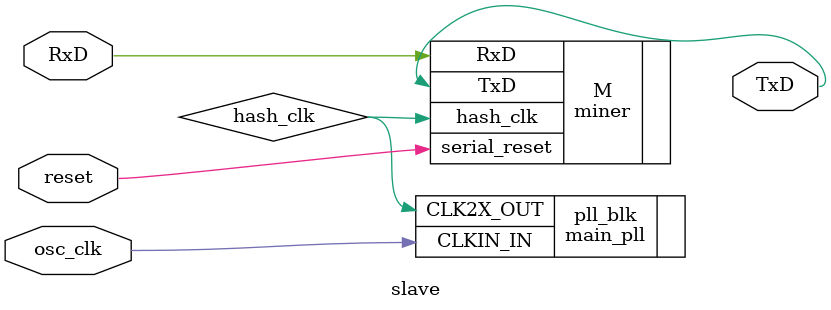
<source format=v>


// by teknohog

// Xilinx DCM
//`include "main_pll.v"
`include "main_pll_2x.v"

`include "../../src/sha-256-functions.v"
`include "../../src/sha256_transform.v"
`include "../DE2_115_cluster/serial.v"
`include "../DE2_115_cluster/miner.v"

`include "async_receiver.v"
`include "async_transmitter.v"

module slave (osc_clk, RxD, TxD, reset);

   input osc_clk;
   wire hash_clk;
   
//   main_pll pll_blk (.CLKIN_IN(osc_clk), .CLK0_OUT(hash_clk));
   main_pll pll_blk (.CLKIN_IN(osc_clk), .CLK2X_OUT(hash_clk));

   // Nonce stride for all miners in the cluster, not just this hub.
   parameter TOTAL_MINERS = 1;

   parameter LOOP_LOG2 = 5;

   // Make sure each miner has a distinct nonce start.
   parameter LOCAL_NONCE_START = 0;

   input RxD;
   output TxD;
   input  reset;
   
   miner #(.nonce_stride(TOTAL_MINERS), .nonce_start(LOCAL_NONCE_START), .LOOP_LOG2(LOOP_LOG2)) M (.hash_clk(hash_clk), .RxD(RxD), .TxD(TxD), .serial_reset(reset));
    
endmodule


</source>
